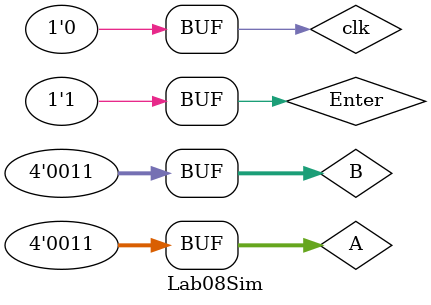
<source format=sv>
`timescale 1ns / 1ps


module Lab08Sim(

    );
    logic [3:0]A;
    logic [3:0]B;
    logic clk;
    logic Enter;
    logic [7:0]seg;
    logic [3:0]an;
    Lab08 Labl_inst(.A(A), .clk(clk), .B(B), .Enter(Enter), .seg(seg), .an(an));
    always
    begin
    clk = 1;
    #5
    clk = 0;
    #5;
    end
    
    initial
    begin
    A = 4'b0001; B = 4'b0001; Enter  = 1;
    #20
    A = 4'b0011; B = 4'b0011; Enter = 1;
    
    end 
    
    
endmodule

</source>
